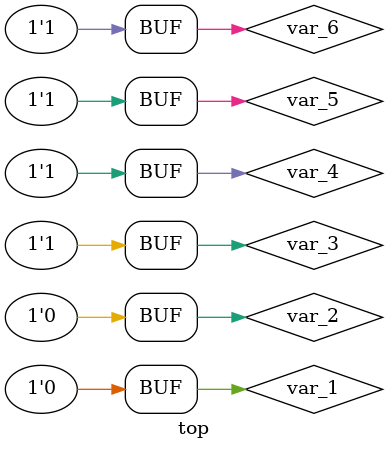
<source format=sv>
package pkg;
	typedef logic pkg_user_t;
endpackage

module top;
	typedef logic user_t;

	// Continuous assignment to a variable is legal
	user_t var_1;
	assign var_1 = 0;

	pkg::pkg_user_t var_2;
	assign var_2 = 0;

	// Mixing continuous and procedural assignments is illegal
	user_t var_3 = 0;
	assign var_3 = 1; // warning: reg assigned in a continuous assignment

	user_t var_4;
	initial var_4 = 0;
	assign var_4 = 1; // warning: reg assigned in a continuous assignment

	pkg::pkg_user_t var_5 = 0;
	assign var_5 = 1; // warning: reg assigned in a continuous assignment

	pkg::pkg_user_t var_6;
	initial var_6 = 0;
	assign var_6 = 1; // warning: reg assigned in a continuous assignment
endmodule

</source>
